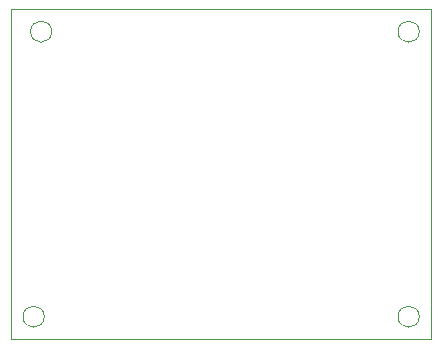
<source format=gbr>
%TF.GenerationSoftware,KiCad,Pcbnew,7.0.8*%
%TF.CreationDate,2023-12-26T11:26:10-03:00*%
%TF.ProjectId,teste2,74657374-6532-42e6-9b69-6361645f7063,rev?*%
%TF.SameCoordinates,Original*%
%TF.FileFunction,Profile,NP*%
%FSLAX45Y45*%
G04 Gerber Fmt 4.5, Leading zero omitted, Abs format (unit mm)*
G04 Created by KiCad (PCBNEW 7.0.8) date 2023-12-26 11:26:10*
%MOMM*%
%LPD*%
G01*
G04 APERTURE LIST*
%TA.AperFunction,Profile*%
%ADD10C,0.100000*%
%TD*%
G04 APERTURE END LIST*
D10*
X15647303Y-8191500D02*
G75*
G03*
X15647303Y-8191500I-89803J0D01*
G01*
X12472303Y-8191500D02*
G75*
G03*
X12472303Y-8191500I-89803J0D01*
G01*
X15647303Y-5778500D02*
G75*
G03*
X15647303Y-5778500I-89803J0D01*
G01*
X12535803Y-5778500D02*
G75*
G03*
X12535803Y-5778500I-89803J0D01*
G01*
X12192000Y-5588000D02*
X15748000Y-5588000D01*
X15748000Y-8382000D01*
X12192000Y-8382000D01*
X12192000Y-5588000D01*
M02*

</source>
